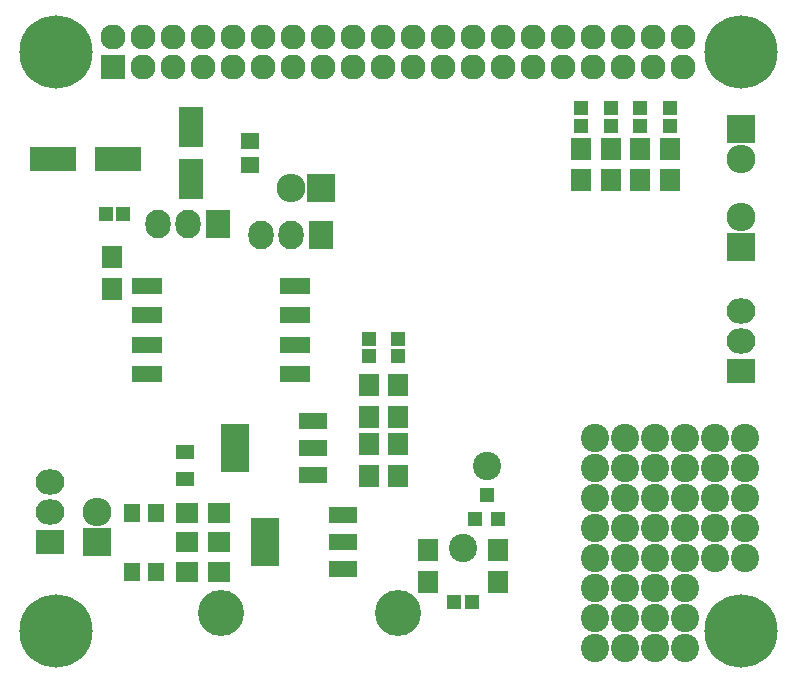
<source format=gts>
G04 #@! TF.FileFunction,Soldermask,Top*
%FSLAX46Y46*%
G04 Gerber Fmt 4.6, Leading zero omitted, Abs format (unit mm)*
G04 Created by KiCad (PCBNEW 0.201509131501+6189~30~ubuntu14.04.1-product) date Sam 03 Okt 2015 10:07:37 CEST*
%MOMM*%
G01*
G04 APERTURE LIST*
%ADD10C,0.200000*%
%ADD11C,2.398980*%
%ADD12C,6.200000*%
%ADD13R,3.999180X2.000200*%
%ADD14R,1.400000X1.650000*%
%ADD15R,1.200000X1.150000*%
%ADD16R,1.650000X1.400000*%
%ADD17R,1.500000X1.200000*%
%ADD18R,2.600000X1.400000*%
%ADD19R,2.432000X2.432000*%
%ADD20O,2.432000X2.432000*%
%ADD21R,2.432000X4.057600*%
%ADD22R,2.432000X1.416000*%
%ADD23R,1.200100X1.200100*%
%ADD24R,1.700000X1.900000*%
%ADD25R,1.900000X1.700000*%
%ADD26R,2.127200X2.127200*%
%ADD27O,2.127200X2.127200*%
%ADD28R,1.197560X1.197560*%
%ADD29R,2.000200X3.399740*%
%ADD30C,3.900120*%
%ADD31R,2.432000X2.127200*%
%ADD32O,2.432000X2.127200*%
%ADD33R,2.127200X2.432000*%
%ADD34O,2.127200X2.432000*%
G04 APERTURE END LIST*
D10*
D11*
X100330000Y-81280000D03*
X100330000Y-73660000D03*
X100330000Y-81280000D03*
X100330000Y-81280000D03*
D12*
X100000000Y-38500000D03*
X100000000Y-87500000D03*
X42000000Y-87500000D03*
X42000000Y-38500000D03*
D13*
X41749180Y-47500000D03*
X47250820Y-47500000D03*
D14*
X50500000Y-77500000D03*
X48500000Y-77500000D03*
D15*
X47740000Y-52197000D03*
X46240000Y-52197000D03*
D14*
X50500000Y-82500000D03*
X48500000Y-82500000D03*
D15*
X75750000Y-85000000D03*
X77250000Y-85000000D03*
D16*
X58500000Y-46000000D03*
X58500000Y-48000000D03*
D17*
X53000000Y-74650000D03*
X53000000Y-72350000D03*
D18*
X49750000Y-58250000D03*
X49750000Y-60750000D03*
X49750000Y-63250000D03*
X49750000Y-65750000D03*
X62250000Y-65750000D03*
X62250000Y-63250000D03*
X62250000Y-60750000D03*
X62250000Y-58250000D03*
D19*
X100000000Y-45000000D03*
D20*
X100000000Y-47540000D03*
D21*
X57198000Y-72000000D03*
D22*
X63802000Y-72000000D03*
X63802000Y-69714000D03*
X63802000Y-74286000D03*
D21*
X59698000Y-80000000D03*
D22*
X66302000Y-80000000D03*
X66302000Y-77714000D03*
X66302000Y-82286000D03*
D23*
X77550000Y-78000760D03*
X79450000Y-78000760D03*
X78500000Y-76001780D03*
D24*
X68500000Y-66650000D03*
X68500000Y-69350000D03*
X71000000Y-66650000D03*
X71000000Y-69350000D03*
X68500000Y-74350000D03*
X68500000Y-71650000D03*
X71000000Y-74350000D03*
X71000000Y-71650000D03*
X46736000Y-58500000D03*
X46736000Y-55800000D03*
D25*
X55850000Y-77500000D03*
X53150000Y-77500000D03*
X53150000Y-80000000D03*
X55850000Y-80000000D03*
X53150000Y-82500000D03*
X55850000Y-82500000D03*
D24*
X73500000Y-80650000D03*
X73500000Y-83350000D03*
X79500000Y-83350000D03*
X79500000Y-80650000D03*
D26*
X46870000Y-39770000D03*
D27*
X46870000Y-37230000D03*
X49410000Y-39770000D03*
X49410000Y-37230000D03*
X51950000Y-39770000D03*
X51950000Y-37230000D03*
X54490000Y-39770000D03*
X54490000Y-37230000D03*
X57030000Y-39770000D03*
X57030000Y-37230000D03*
X59570000Y-39770000D03*
X59570000Y-37230000D03*
X62110000Y-39770000D03*
X62110000Y-37230000D03*
X64650000Y-39770000D03*
X64650000Y-37230000D03*
X67190000Y-39770000D03*
X67190000Y-37230000D03*
X69730000Y-39770000D03*
X69730000Y-37230000D03*
X72270000Y-39770000D03*
X72270000Y-37230000D03*
X74810000Y-39770000D03*
X74810000Y-37230000D03*
X77350000Y-39770000D03*
X77350000Y-37230000D03*
X79890000Y-39770000D03*
X79890000Y-37230000D03*
X82430000Y-39770000D03*
X82430000Y-37230000D03*
X84970000Y-39770000D03*
X84970000Y-37230000D03*
X87510000Y-39770000D03*
X87510000Y-37230000D03*
X90050000Y-39770000D03*
X90050000Y-37230000D03*
X92590000Y-39770000D03*
X92590000Y-37230000D03*
X95130000Y-39770000D03*
X95130000Y-37230000D03*
D28*
X68500000Y-64249300D03*
X68500000Y-62750700D03*
X71000000Y-64249300D03*
X71000000Y-62750700D03*
D29*
X53500000Y-44800360D03*
X53500000Y-49199640D03*
D30*
X56000000Y-86000000D03*
X71000000Y-86000000D03*
D11*
X76500000Y-80500000D03*
X78500000Y-73500000D03*
D28*
X86500000Y-44749300D03*
X86500000Y-43250700D03*
X89000000Y-44749300D03*
X89000000Y-43250700D03*
X91500000Y-44749300D03*
X91500000Y-43250700D03*
X94000000Y-44749300D03*
X94000000Y-43250700D03*
D31*
X100000000Y-65500000D03*
D32*
X100000000Y-62960000D03*
X100000000Y-60420000D03*
D19*
X100000000Y-55000000D03*
D20*
X100000000Y-52460000D03*
D24*
X86500000Y-49350000D03*
X86500000Y-46650000D03*
X89000000Y-49350000D03*
X89000000Y-46650000D03*
X91500000Y-49350000D03*
X91500000Y-46650000D03*
X94000000Y-49350000D03*
X94000000Y-46650000D03*
D31*
X41500000Y-80000000D03*
D32*
X41500000Y-77460000D03*
X41500000Y-74920000D03*
D33*
X64500000Y-54000000D03*
D34*
X61960000Y-54000000D03*
X59420000Y-54000000D03*
D19*
X45500000Y-80000000D03*
D20*
X45500000Y-77460000D03*
D19*
X64500000Y-50000000D03*
D20*
X61960000Y-50000000D03*
D11*
X100330000Y-71120000D03*
X100330000Y-76200000D03*
X100330000Y-78740000D03*
X100330000Y-81280000D03*
X97790000Y-71120000D03*
X97790000Y-73660000D03*
X97790000Y-76200000D03*
X97790000Y-78740000D03*
X97790000Y-81280000D03*
X95250000Y-71120000D03*
X95250000Y-73660000D03*
X95250000Y-76200000D03*
X95250000Y-78740000D03*
X95250000Y-81280000D03*
X92710000Y-71120000D03*
X92710000Y-73660000D03*
X90170000Y-71120000D03*
X90170000Y-73660000D03*
X87630000Y-71120000D03*
X87630000Y-73660000D03*
X87630000Y-76200000D03*
X92710000Y-76200000D03*
X90170000Y-76200000D03*
X87630000Y-78740000D03*
X90170000Y-78740000D03*
X92710000Y-78740000D03*
X92710000Y-81280000D03*
X90170000Y-81280000D03*
X87630000Y-81280000D03*
X87630000Y-83820000D03*
X90170000Y-83820000D03*
X92710000Y-83820000D03*
X95250000Y-83820000D03*
X95250000Y-86360000D03*
X92710000Y-86360000D03*
X90170000Y-86360000D03*
X87630000Y-86360000D03*
X87630000Y-88900000D03*
X90170000Y-88900000D03*
X92710000Y-88900000D03*
X95250000Y-88900000D03*
D33*
X55750000Y-53000000D03*
D34*
X53210000Y-53000000D03*
X50670000Y-53000000D03*
M02*

</source>
